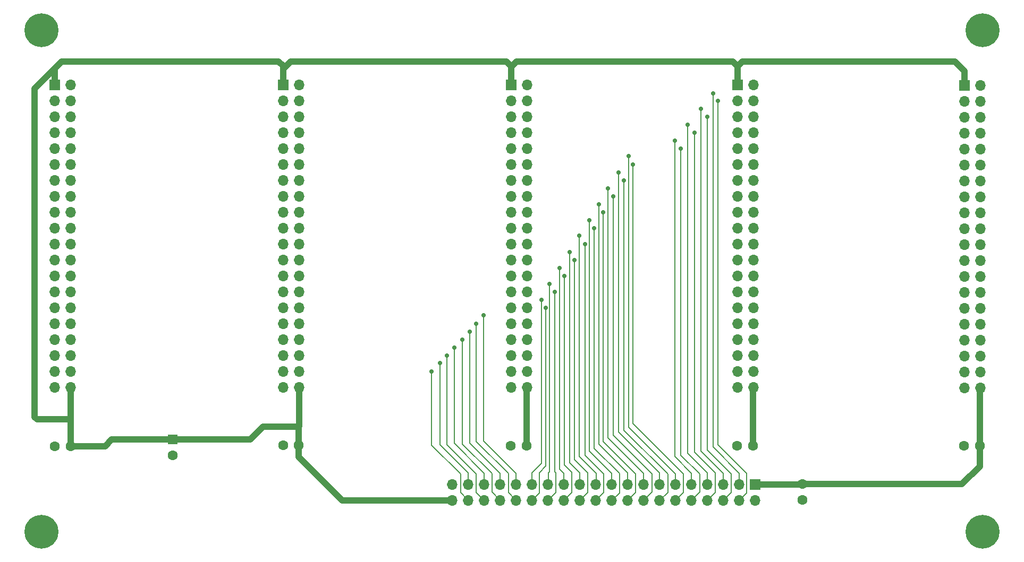
<source format=gbr>
%TF.GenerationSoftware,KiCad,Pcbnew,8.0.6*%
%TF.CreationDate,2024-12-15T12:43:40+01:00*%
%TF.ProjectId,busboard,62757362-6f61-4726-942e-6b696361645f,1.0*%
%TF.SameCoordinates,Original*%
%TF.FileFunction,Copper,L1,Top*%
%TF.FilePolarity,Positive*%
%FSLAX46Y46*%
G04 Gerber Fmt 4.6, Leading zero omitted, Abs format (unit mm)*
G04 Created by KiCad (PCBNEW 8.0.6) date 2024-12-15 12:43:40*
%MOMM*%
%LPD*%
G01*
G04 APERTURE LIST*
%TA.AperFunction,ComponentPad*%
%ADD10C,3.100000*%
%TD*%
%TA.AperFunction,ConnectorPad*%
%ADD11C,5.400000*%
%TD*%
%TA.AperFunction,ComponentPad*%
%ADD12R,1.700000X1.700000*%
%TD*%
%TA.AperFunction,ComponentPad*%
%ADD13O,1.700000X1.700000*%
%TD*%
%TA.AperFunction,ComponentPad*%
%ADD14C,1.600000*%
%TD*%
%TA.AperFunction,ComponentPad*%
%ADD15R,1.600000X1.600000*%
%TD*%
%TA.AperFunction,ViaPad*%
%ADD16C,0.700000*%
%TD*%
%TA.AperFunction,Conductor*%
%ADD17C,1.000000*%
%TD*%
%TA.AperFunction,Conductor*%
%ADD18C,0.200000*%
%TD*%
G04 APERTURE END LIST*
D10*
%TO.P,hole1,1*%
%TO.N,N/C*%
X236800000Y-38000000D03*
D11*
X236800000Y-38000000D03*
%TD*%
D12*
%TO.P,J3,1,Pin_1*%
%TO.N,VDD*%
X161660000Y-46700000D03*
D13*
%TO.P,J3,2,Pin_2*%
%TO.N,GND*%
X164200000Y-46700000D03*
%TO.P,J3,3,Pin_3*%
%TO.N,/D0*%
X161660000Y-49240000D03*
%TO.P,J3,4,Pin_4*%
%TO.N,/D1*%
X164200000Y-49240000D03*
%TO.P,J3,5,Pin_5*%
%TO.N,/D2*%
X161660000Y-51780000D03*
%TO.P,J3,6,Pin_6*%
%TO.N,/D3*%
X164200000Y-51780000D03*
%TO.P,J3,7,Pin_7*%
%TO.N,/D4*%
X161660000Y-54320000D03*
%TO.P,J3,8,Pin_8*%
%TO.N,/D5*%
X164200000Y-54320000D03*
%TO.P,J3,9,Pin_9*%
%TO.N,/D6*%
X161660000Y-56860000D03*
%TO.P,J3,10,Pin_10*%
%TO.N,/D7*%
X164200000Y-56860000D03*
%TO.P,J3,11,Pin_11*%
%TO.N,/A0*%
X161660000Y-59400000D03*
%TO.P,J3,12,Pin_12*%
%TO.N,/A1*%
X164200000Y-59400000D03*
%TO.P,J3,13,Pin_13*%
%TO.N,/A2*%
X161660000Y-61940000D03*
%TO.P,J3,14,Pin_14*%
%TO.N,/A3*%
X164200000Y-61940000D03*
%TO.P,J3,15,Pin_15*%
%TO.N,/A4*%
X161660000Y-64480000D03*
%TO.P,J3,16,Pin_16*%
%TO.N,/A5*%
X164200000Y-64480000D03*
%TO.P,J3,17,Pin_17*%
%TO.N,/A6*%
X161660000Y-67020000D03*
%TO.P,J3,18,Pin_18*%
%TO.N,/A7*%
X164200000Y-67020000D03*
%TO.P,J3,19,Pin_19*%
%TO.N,/A8*%
X161660000Y-69560000D03*
%TO.P,J3,20,Pin_20*%
%TO.N,/A9*%
X164200000Y-69560000D03*
%TO.P,J3,21,Pin_21*%
%TO.N,/A10*%
X161660000Y-72100000D03*
%TO.P,J3,22,Pin_22*%
%TO.N,/A11*%
X164200000Y-72100000D03*
%TO.P,J3,23,Pin_23*%
%TO.N,/A12*%
X161660000Y-74640000D03*
%TO.P,J3,24,Pin_24*%
%TO.N,/A13*%
X164200000Y-74640000D03*
%TO.P,J3,25,Pin_25*%
%TO.N,/A14*%
X161660000Y-77180000D03*
%TO.P,J3,26,Pin_26*%
%TO.N,/A15*%
X164200000Y-77180000D03*
%TO.P,J3,27,Pin_27*%
%TO.N,CSIO1*%
X161660000Y-79720000D03*
%TO.P,J3,28,Pin_28*%
%TO.N,CSIO2*%
X164200000Y-79720000D03*
%TO.P,J3,29,Pin_29*%
%TO.N,CSIO3*%
X161660000Y-82260000D03*
%TO.P,J3,30,Pin_30*%
%TO.N,CSIO4*%
X164200000Y-82260000D03*
%TO.P,J3,31,Pin_31*%
%TO.N,~{IRQ}*%
X161660000Y-84800000D03*
%TO.P,J3,32,Pin_32*%
%TO.N,~{NMI}*%
X164200000Y-84800000D03*
%TO.P,J3,33,Pin_33*%
%TO.N,RESB*%
X161660000Y-87340000D03*
%TO.P,J3,34,Pin_34*%
%TO.N,RDY*%
X164200000Y-87340000D03*
%TO.P,J3,35,Pin_35*%
%TO.N,SYNC*%
X161660000Y-89880000D03*
%TO.P,J3,36,Pin_36*%
%TO.N,BE*%
X164200000Y-89880000D03*
%TO.P,J3,37,Pin_37*%
%TO.N,CSIO5*%
X161660000Y-92420000D03*
%TO.P,J3,38,Pin_38*%
%TO.N,CLK*%
X164200000Y-92420000D03*
%TO.P,J3,39,Pin_39*%
%TO.N,GND*%
X161660000Y-94960000D03*
%TO.P,J3,40,Pin_40*%
%TO.N,VDD*%
X164200000Y-94960000D03*
%TD*%
D12*
%TO.P,J1,1,Pin_1*%
%TO.N,VDD*%
X88900000Y-46760000D03*
D13*
%TO.P,J1,2,Pin_2*%
%TO.N,GND*%
X91440000Y-46760000D03*
%TO.P,J1,3,Pin_3*%
%TO.N,/D0*%
X88900000Y-49300000D03*
%TO.P,J1,4,Pin_4*%
%TO.N,/D1*%
X91440000Y-49300000D03*
%TO.P,J1,5,Pin_5*%
%TO.N,/D2*%
X88900000Y-51840000D03*
%TO.P,J1,6,Pin_6*%
%TO.N,/D3*%
X91440000Y-51840000D03*
%TO.P,J1,7,Pin_7*%
%TO.N,/D4*%
X88900000Y-54380000D03*
%TO.P,J1,8,Pin_8*%
%TO.N,/D5*%
X91440000Y-54380000D03*
%TO.P,J1,9,Pin_9*%
%TO.N,/D6*%
X88900000Y-56920000D03*
%TO.P,J1,10,Pin_10*%
%TO.N,/D7*%
X91440000Y-56920000D03*
%TO.P,J1,11,Pin_11*%
%TO.N,/A0*%
X88900000Y-59460000D03*
%TO.P,J1,12,Pin_12*%
%TO.N,/A1*%
X91440000Y-59460000D03*
%TO.P,J1,13,Pin_13*%
%TO.N,/A2*%
X88900000Y-62000000D03*
%TO.P,J1,14,Pin_14*%
%TO.N,/A3*%
X91440000Y-62000000D03*
%TO.P,J1,15,Pin_15*%
%TO.N,/A4*%
X88900000Y-64540000D03*
%TO.P,J1,16,Pin_16*%
%TO.N,/A5*%
X91440000Y-64540000D03*
%TO.P,J1,17,Pin_17*%
%TO.N,/A6*%
X88900000Y-67080000D03*
%TO.P,J1,18,Pin_18*%
%TO.N,/A7*%
X91440000Y-67080000D03*
%TO.P,J1,19,Pin_19*%
%TO.N,/A8*%
X88900000Y-69620000D03*
%TO.P,J1,20,Pin_20*%
%TO.N,/A9*%
X91440000Y-69620000D03*
%TO.P,J1,21,Pin_21*%
%TO.N,/A10*%
X88900000Y-72160000D03*
%TO.P,J1,22,Pin_22*%
%TO.N,/A11*%
X91440000Y-72160000D03*
%TO.P,J1,23,Pin_23*%
%TO.N,/A12*%
X88900000Y-74700000D03*
%TO.P,J1,24,Pin_24*%
%TO.N,/A13*%
X91440000Y-74700000D03*
%TO.P,J1,25,Pin_25*%
%TO.N,/A14*%
X88900000Y-77240000D03*
%TO.P,J1,26,Pin_26*%
%TO.N,/A15*%
X91440000Y-77240000D03*
%TO.P,J1,27,Pin_27*%
%TO.N,CSIO1*%
X88900000Y-79780000D03*
%TO.P,J1,28,Pin_28*%
%TO.N,CSIO2*%
X91440000Y-79780000D03*
%TO.P,J1,29,Pin_29*%
%TO.N,CSIO3*%
X88900000Y-82320000D03*
%TO.P,J1,30,Pin_30*%
%TO.N,CSIO4*%
X91440000Y-82320000D03*
%TO.P,J1,31,Pin_31*%
%TO.N,~{IRQ}*%
X88900000Y-84860000D03*
%TO.P,J1,32,Pin_32*%
%TO.N,~{NMI}*%
X91440000Y-84860000D03*
%TO.P,J1,33,Pin_33*%
%TO.N,RESB*%
X88900000Y-87400000D03*
%TO.P,J1,34,Pin_34*%
%TO.N,RDY*%
X91440000Y-87400000D03*
%TO.P,J1,35,Pin_35*%
%TO.N,SYNC*%
X88900000Y-89940000D03*
%TO.P,J1,36,Pin_36*%
%TO.N,BE*%
X91440000Y-89940000D03*
%TO.P,J1,37,Pin_37*%
%TO.N,CSIO5*%
X88900000Y-92480000D03*
%TO.P,J1,38,Pin_38*%
%TO.N,CLK*%
X91440000Y-92480000D03*
%TO.P,J1,39,Pin_39*%
%TO.N,GND*%
X88900000Y-95020000D03*
%TO.P,J1,40,Pin_40*%
%TO.N,VDD*%
X91440000Y-95020000D03*
%TD*%
D10*
%TO.P,hole1,1*%
%TO.N,N/C*%
X86800000Y-118000000D03*
D11*
X86800000Y-118000000D03*
%TD*%
D12*
%TO.P,J6,1,Pin_1*%
%TO.N,VDD*%
X200560000Y-110460000D03*
D13*
%TO.P,J6,2,Pin_2*%
%TO.N,GND*%
X200560000Y-113000000D03*
%TO.P,J6,3,Pin_3*%
%TO.N,/D0*%
X198020000Y-110460000D03*
%TO.P,J6,4,Pin_4*%
%TO.N,/D1*%
X198020000Y-113000000D03*
%TO.P,J6,5,Pin_5*%
%TO.N,/D2*%
X195480000Y-110460000D03*
%TO.P,J6,6,Pin_6*%
%TO.N,/D3*%
X195480000Y-113000000D03*
%TO.P,J6,7,Pin_7*%
%TO.N,/D4*%
X192940000Y-110460000D03*
%TO.P,J6,8,Pin_8*%
%TO.N,/D5*%
X192940000Y-113000000D03*
%TO.P,J6,9,Pin_9*%
%TO.N,/D6*%
X190400000Y-110460000D03*
%TO.P,J6,10,Pin_10*%
%TO.N,/D7*%
X190400000Y-113000000D03*
%TO.P,J6,11,Pin_11*%
%TO.N,/A0*%
X187860000Y-110460000D03*
%TO.P,J6,12,Pin_12*%
%TO.N,/A1*%
X187860000Y-113000000D03*
%TO.P,J6,13,Pin_13*%
%TO.N,/A2*%
X185320000Y-110460000D03*
%TO.P,J6,14,Pin_14*%
%TO.N,/A3*%
X185320000Y-113000000D03*
%TO.P,J6,15,Pin_15*%
%TO.N,/A4*%
X182780000Y-110460000D03*
%TO.P,J6,16,Pin_16*%
%TO.N,/A5*%
X182780000Y-113000000D03*
%TO.P,J6,17,Pin_17*%
%TO.N,/A6*%
X180240000Y-110460000D03*
%TO.P,J6,18,Pin_18*%
%TO.N,/A7*%
X180240000Y-113000000D03*
%TO.P,J6,19,Pin_19*%
%TO.N,/A8*%
X177700000Y-110460000D03*
%TO.P,J6,20,Pin_20*%
%TO.N,/A9*%
X177700000Y-113000000D03*
%TO.P,J6,21,Pin_21*%
%TO.N,/A10*%
X175160000Y-110460000D03*
%TO.P,J6,22,Pin_22*%
%TO.N,/A11*%
X175160000Y-113000000D03*
%TO.P,J6,23,Pin_23*%
%TO.N,/A12*%
X172620000Y-110460000D03*
%TO.P,J6,24,Pin_24*%
%TO.N,/A13*%
X172620000Y-113000000D03*
%TO.P,J6,25,Pin_25*%
%TO.N,/A14*%
X170080000Y-110460000D03*
%TO.P,J6,26,Pin_26*%
%TO.N,/A15*%
X170080000Y-113000000D03*
%TO.P,J6,27,Pin_27*%
%TO.N,CSIO1*%
X167540000Y-110460000D03*
%TO.P,J6,28,Pin_28*%
%TO.N,CSIO2*%
X167540000Y-113000000D03*
%TO.P,J6,29,Pin_29*%
%TO.N,CSIO3*%
X165000000Y-110460000D03*
%TO.P,J6,30,Pin_30*%
%TO.N,CSIO4*%
X165000000Y-113000000D03*
%TO.P,J6,31,Pin_31*%
%TO.N,~{IRQ}*%
X162460000Y-110460000D03*
%TO.P,J6,32,Pin_32*%
%TO.N,~{NMI}*%
X162460000Y-113000000D03*
%TO.P,J6,33,Pin_33*%
%TO.N,RESB*%
X159920000Y-110460000D03*
%TO.P,J6,34,Pin_34*%
%TO.N,RDY*%
X159920000Y-113000000D03*
%TO.P,J6,35,Pin_35*%
%TO.N,SYNC*%
X157380000Y-110460000D03*
%TO.P,J6,36,Pin_36*%
%TO.N,BE*%
X157380000Y-113000000D03*
%TO.P,J6,37,Pin_37*%
%TO.N,CSIO5*%
X154840000Y-110460000D03*
%TO.P,J6,38,Pin_38*%
%TO.N,CLK*%
X154840000Y-113000000D03*
%TO.P,J6,39,Pin_39*%
%TO.N,GND*%
X152300000Y-110460000D03*
%TO.P,J6,40,Pin_40*%
%TO.N,VDD*%
X152300000Y-113000000D03*
%TD*%
D10*
%TO.P,hole1,1*%
%TO.N,N/C*%
X86800000Y-38000000D03*
D11*
X86800000Y-38000000D03*
%TD*%
D14*
%TO.P,C6,1*%
%TO.N,VDD*%
X208100000Y-110400000D03*
%TO.P,C6,2*%
%TO.N,GND*%
X208100000Y-112900000D03*
%TD*%
%TO.P,C2,1*%
%TO.N,VDD*%
X91450000Y-104360000D03*
%TO.P,C2,2*%
%TO.N,GND*%
X88950000Y-104360000D03*
%TD*%
D12*
%TO.P,J5,1,Pin_1*%
%TO.N,VDD*%
X233900000Y-46780000D03*
D13*
%TO.P,J5,2,Pin_2*%
%TO.N,GND*%
X236440000Y-46780000D03*
%TO.P,J5,3,Pin_3*%
%TO.N,/D0*%
X233900000Y-49320000D03*
%TO.P,J5,4,Pin_4*%
%TO.N,/D1*%
X236440000Y-49320000D03*
%TO.P,J5,5,Pin_5*%
%TO.N,/D2*%
X233900000Y-51860000D03*
%TO.P,J5,6,Pin_6*%
%TO.N,/D3*%
X236440000Y-51860000D03*
%TO.P,J5,7,Pin_7*%
%TO.N,/D4*%
X233900000Y-54400000D03*
%TO.P,J5,8,Pin_8*%
%TO.N,/D5*%
X236440000Y-54400000D03*
%TO.P,J5,9,Pin_9*%
%TO.N,/D6*%
X233900000Y-56940000D03*
%TO.P,J5,10,Pin_10*%
%TO.N,/D7*%
X236440000Y-56940000D03*
%TO.P,J5,11,Pin_11*%
%TO.N,/A0*%
X233900000Y-59480000D03*
%TO.P,J5,12,Pin_12*%
%TO.N,/A1*%
X236440000Y-59480000D03*
%TO.P,J5,13,Pin_13*%
%TO.N,/A2*%
X233900000Y-62020000D03*
%TO.P,J5,14,Pin_14*%
%TO.N,/A3*%
X236440000Y-62020000D03*
%TO.P,J5,15,Pin_15*%
%TO.N,/A4*%
X233900000Y-64560000D03*
%TO.P,J5,16,Pin_16*%
%TO.N,/A5*%
X236440000Y-64560000D03*
%TO.P,J5,17,Pin_17*%
%TO.N,/A6*%
X233900000Y-67100000D03*
%TO.P,J5,18,Pin_18*%
%TO.N,/A7*%
X236440000Y-67100000D03*
%TO.P,J5,19,Pin_19*%
%TO.N,/A8*%
X233900000Y-69640000D03*
%TO.P,J5,20,Pin_20*%
%TO.N,/A9*%
X236440000Y-69640000D03*
%TO.P,J5,21,Pin_21*%
%TO.N,/A10*%
X233900000Y-72180000D03*
%TO.P,J5,22,Pin_22*%
%TO.N,/A11*%
X236440000Y-72180000D03*
%TO.P,J5,23,Pin_23*%
%TO.N,/A12*%
X233900000Y-74720000D03*
%TO.P,J5,24,Pin_24*%
%TO.N,/A13*%
X236440000Y-74720000D03*
%TO.P,J5,25,Pin_25*%
%TO.N,/A14*%
X233900000Y-77260000D03*
%TO.P,J5,26,Pin_26*%
%TO.N,/A15*%
X236440000Y-77260000D03*
%TO.P,J5,27,Pin_27*%
%TO.N,CSIO1*%
X233900000Y-79800000D03*
%TO.P,J5,28,Pin_28*%
%TO.N,CSIO2*%
X236440000Y-79800000D03*
%TO.P,J5,29,Pin_29*%
%TO.N,CSIO3*%
X233900000Y-82340000D03*
%TO.P,J5,30,Pin_30*%
%TO.N,CSIO4*%
X236440000Y-82340000D03*
%TO.P,J5,31,Pin_31*%
%TO.N,~{IRQ}*%
X233900000Y-84880000D03*
%TO.P,J5,32,Pin_32*%
%TO.N,~{NMI}*%
X236440000Y-84880000D03*
%TO.P,J5,33,Pin_33*%
%TO.N,RESB*%
X233900000Y-87420000D03*
%TO.P,J5,34,Pin_34*%
%TO.N,RDY*%
X236440000Y-87420000D03*
%TO.P,J5,35,Pin_35*%
%TO.N,SYNC*%
X233900000Y-89960000D03*
%TO.P,J5,36,Pin_36*%
%TO.N,BE*%
X236440000Y-89960000D03*
%TO.P,J5,37,Pin_37*%
%TO.N,CSIO5*%
X233900000Y-92500000D03*
%TO.P,J5,38,Pin_38*%
%TO.N,CLK*%
X236440000Y-92500000D03*
%TO.P,J5,39,Pin_39*%
%TO.N,GND*%
X233900000Y-95040000D03*
%TO.P,J5,40,Pin_40*%
%TO.N,VDD*%
X236440000Y-95040000D03*
%TD*%
D10*
%TO.P,hole1,1*%
%TO.N,N/C*%
X236800000Y-118000000D03*
D11*
X236800000Y-118000000D03*
%TD*%
D14*
%TO.P,C5,1*%
%TO.N,VDD*%
X200150000Y-104300000D03*
%TO.P,C5,2*%
%TO.N,GND*%
X197650000Y-104300000D03*
%TD*%
%TO.P,C7,1*%
%TO.N,VDD*%
X236300000Y-104300000D03*
%TO.P,C7,2*%
%TO.N,GND*%
X233800000Y-104300000D03*
%TD*%
D12*
%TO.P,J4,1,Pin_1*%
%TO.N,VDD*%
X197760000Y-46680000D03*
D13*
%TO.P,J4,2,Pin_2*%
%TO.N,GND*%
X200300000Y-46680000D03*
%TO.P,J4,3,Pin_3*%
%TO.N,/D0*%
X197760000Y-49220000D03*
%TO.P,J4,4,Pin_4*%
%TO.N,/D1*%
X200300000Y-49220000D03*
%TO.P,J4,5,Pin_5*%
%TO.N,/D2*%
X197760000Y-51760000D03*
%TO.P,J4,6,Pin_6*%
%TO.N,/D3*%
X200300000Y-51760000D03*
%TO.P,J4,7,Pin_7*%
%TO.N,/D4*%
X197760000Y-54300000D03*
%TO.P,J4,8,Pin_8*%
%TO.N,/D5*%
X200300000Y-54300000D03*
%TO.P,J4,9,Pin_9*%
%TO.N,/D6*%
X197760000Y-56840000D03*
%TO.P,J4,10,Pin_10*%
%TO.N,/D7*%
X200300000Y-56840000D03*
%TO.P,J4,11,Pin_11*%
%TO.N,/A0*%
X197760000Y-59380000D03*
%TO.P,J4,12,Pin_12*%
%TO.N,/A1*%
X200300000Y-59380000D03*
%TO.P,J4,13,Pin_13*%
%TO.N,/A2*%
X197760000Y-61920000D03*
%TO.P,J4,14,Pin_14*%
%TO.N,/A3*%
X200300000Y-61920000D03*
%TO.P,J4,15,Pin_15*%
%TO.N,/A4*%
X197760000Y-64460000D03*
%TO.P,J4,16,Pin_16*%
%TO.N,/A5*%
X200300000Y-64460000D03*
%TO.P,J4,17,Pin_17*%
%TO.N,/A6*%
X197760000Y-67000000D03*
%TO.P,J4,18,Pin_18*%
%TO.N,/A7*%
X200300000Y-67000000D03*
%TO.P,J4,19,Pin_19*%
%TO.N,/A8*%
X197760000Y-69540000D03*
%TO.P,J4,20,Pin_20*%
%TO.N,/A9*%
X200300000Y-69540000D03*
%TO.P,J4,21,Pin_21*%
%TO.N,/A10*%
X197760000Y-72080000D03*
%TO.P,J4,22,Pin_22*%
%TO.N,/A11*%
X200300000Y-72080000D03*
%TO.P,J4,23,Pin_23*%
%TO.N,/A12*%
X197760000Y-74620000D03*
%TO.P,J4,24,Pin_24*%
%TO.N,/A13*%
X200300000Y-74620000D03*
%TO.P,J4,25,Pin_25*%
%TO.N,/A14*%
X197760000Y-77160000D03*
%TO.P,J4,26,Pin_26*%
%TO.N,/A15*%
X200300000Y-77160000D03*
%TO.P,J4,27,Pin_27*%
%TO.N,CSIO1*%
X197760000Y-79700000D03*
%TO.P,J4,28,Pin_28*%
%TO.N,CSIO2*%
X200300000Y-79700000D03*
%TO.P,J4,29,Pin_29*%
%TO.N,CSIO3*%
X197760000Y-82240000D03*
%TO.P,J4,30,Pin_30*%
%TO.N,CSIO4*%
X200300000Y-82240000D03*
%TO.P,J4,31,Pin_31*%
%TO.N,~{IRQ}*%
X197760000Y-84780000D03*
%TO.P,J4,32,Pin_32*%
%TO.N,~{NMI}*%
X200300000Y-84780000D03*
%TO.P,J4,33,Pin_33*%
%TO.N,RESB*%
X197760000Y-87320000D03*
%TO.P,J4,34,Pin_34*%
%TO.N,RDY*%
X200300000Y-87320000D03*
%TO.P,J4,35,Pin_35*%
%TO.N,SYNC*%
X197760000Y-89860000D03*
%TO.P,J4,36,Pin_36*%
%TO.N,BE*%
X200300000Y-89860000D03*
%TO.P,J4,37,Pin_37*%
%TO.N,CSIO5*%
X197760000Y-92400000D03*
%TO.P,J4,38,Pin_38*%
%TO.N,CLK*%
X200300000Y-92400000D03*
%TO.P,J4,39,Pin_39*%
%TO.N,GND*%
X197760000Y-94940000D03*
%TO.P,J4,40,Pin_40*%
%TO.N,VDD*%
X200300000Y-94940000D03*
%TD*%
D14*
%TO.P,C3,1*%
%TO.N,VDD*%
X127800000Y-104200000D03*
%TO.P,C3,2*%
%TO.N,GND*%
X125300000Y-104200000D03*
%TD*%
D12*
%TO.P,J2,1,Pin_1*%
%TO.N,VDD*%
X125300000Y-46700000D03*
D13*
%TO.P,J2,2,Pin_2*%
%TO.N,GND*%
X127840000Y-46700000D03*
%TO.P,J2,3,Pin_3*%
%TO.N,/D0*%
X125300000Y-49240000D03*
%TO.P,J2,4,Pin_4*%
%TO.N,/D1*%
X127840000Y-49240000D03*
%TO.P,J2,5,Pin_5*%
%TO.N,/D2*%
X125300000Y-51780000D03*
%TO.P,J2,6,Pin_6*%
%TO.N,/D3*%
X127840000Y-51780000D03*
%TO.P,J2,7,Pin_7*%
%TO.N,/D4*%
X125300000Y-54320000D03*
%TO.P,J2,8,Pin_8*%
%TO.N,/D5*%
X127840000Y-54320000D03*
%TO.P,J2,9,Pin_9*%
%TO.N,/D6*%
X125300000Y-56860000D03*
%TO.P,J2,10,Pin_10*%
%TO.N,/D7*%
X127840000Y-56860000D03*
%TO.P,J2,11,Pin_11*%
%TO.N,/A0*%
X125300000Y-59400000D03*
%TO.P,J2,12,Pin_12*%
%TO.N,/A1*%
X127840000Y-59400000D03*
%TO.P,J2,13,Pin_13*%
%TO.N,/A2*%
X125300000Y-61940000D03*
%TO.P,J2,14,Pin_14*%
%TO.N,/A3*%
X127840000Y-61940000D03*
%TO.P,J2,15,Pin_15*%
%TO.N,/A4*%
X125300000Y-64480000D03*
%TO.P,J2,16,Pin_16*%
%TO.N,/A5*%
X127840000Y-64480000D03*
%TO.P,J2,17,Pin_17*%
%TO.N,/A6*%
X125300000Y-67020000D03*
%TO.P,J2,18,Pin_18*%
%TO.N,/A7*%
X127840000Y-67020000D03*
%TO.P,J2,19,Pin_19*%
%TO.N,/A8*%
X125300000Y-69560000D03*
%TO.P,J2,20,Pin_20*%
%TO.N,/A9*%
X127840000Y-69560000D03*
%TO.P,J2,21,Pin_21*%
%TO.N,/A10*%
X125300000Y-72100000D03*
%TO.P,J2,22,Pin_22*%
%TO.N,/A11*%
X127840000Y-72100000D03*
%TO.P,J2,23,Pin_23*%
%TO.N,/A12*%
X125300000Y-74640000D03*
%TO.P,J2,24,Pin_24*%
%TO.N,/A13*%
X127840000Y-74640000D03*
%TO.P,J2,25,Pin_25*%
%TO.N,/A14*%
X125300000Y-77180000D03*
%TO.P,J2,26,Pin_26*%
%TO.N,/A15*%
X127840000Y-77180000D03*
%TO.P,J2,27,Pin_27*%
%TO.N,CSIO1*%
X125300000Y-79720000D03*
%TO.P,J2,28,Pin_28*%
%TO.N,CSIO2*%
X127840000Y-79720000D03*
%TO.P,J2,29,Pin_29*%
%TO.N,CSIO3*%
X125300000Y-82260000D03*
%TO.P,J2,30,Pin_30*%
%TO.N,CSIO4*%
X127840000Y-82260000D03*
%TO.P,J2,31,Pin_31*%
%TO.N,~{IRQ}*%
X125300000Y-84800000D03*
%TO.P,J2,32,Pin_32*%
%TO.N,~{NMI}*%
X127840000Y-84800000D03*
%TO.P,J2,33,Pin_33*%
%TO.N,RESB*%
X125300000Y-87340000D03*
%TO.P,J2,34,Pin_34*%
%TO.N,RDY*%
X127840000Y-87340000D03*
%TO.P,J2,35,Pin_35*%
%TO.N,SYNC*%
X125300000Y-89880000D03*
%TO.P,J2,36,Pin_36*%
%TO.N,BE*%
X127840000Y-89880000D03*
%TO.P,J2,37,Pin_37*%
%TO.N,CSIO5*%
X125300000Y-92420000D03*
%TO.P,J2,38,Pin_38*%
%TO.N,CLK*%
X127840000Y-92420000D03*
%TO.P,J2,39,Pin_39*%
%TO.N,GND*%
X125300000Y-94960000D03*
%TO.P,J2,40,Pin_40*%
%TO.N,VDD*%
X127840000Y-94960000D03*
%TD*%
D15*
%TO.P,C1,1*%
%TO.N,VDD*%
X107700000Y-103300000D03*
D14*
%TO.P,C1,2*%
%TO.N,GND*%
X107700000Y-105800000D03*
%TD*%
%TO.P,C4,1*%
%TO.N,VDD*%
X164100000Y-104300000D03*
%TO.P,C4,2*%
%TO.N,GND*%
X161600000Y-104300000D03*
%TD*%
D16*
%TO.N,/A5*%
X177900000Y-64480000D03*
%TO.N,~{IRQ}*%
X157300000Y-83500000D03*
%TO.N,/A9*%
X174900000Y-69560000D03*
%TO.N,~{NMI}*%
X156100000Y-84800000D03*
%TO.N,CSIO4*%
X167150000Y-82260000D03*
%TO.N,/D4*%
X189800000Y-53100000D03*
%TO.N,/A7*%
X176300000Y-67020000D03*
%TO.N,/A4*%
X177100000Y-63200000D03*
%TO.N,/D5*%
X190900000Y-54320000D03*
%TO.N,/D6*%
X187700000Y-55600000D03*
%TO.N,/D3*%
X192900000Y-51780000D03*
%TO.N,/A3*%
X179600000Y-61940000D03*
%TO.N,RESB*%
X155100000Y-86100000D03*
%TO.N,/A11*%
X173400000Y-72100000D03*
%TO.N,/D1*%
X194600000Y-49240000D03*
%TO.N,/A12*%
X171000000Y-73400000D03*
%TO.N,/A2*%
X178800000Y-60700000D03*
%TO.N,/D0*%
X193800000Y-48090000D03*
%TO.N,RDY*%
X153900000Y-87340000D03*
%TO.N,/A8*%
X174100000Y-68300000D03*
%TO.N,/A10*%
X172500000Y-70800000D03*
%TO.N,/A1*%
X181050000Y-59400000D03*
%TO.N,/A13*%
X171700000Y-74640000D03*
%TO.N,/A15*%
X170100000Y-77180000D03*
%TO.N,CSIO2*%
X168600000Y-79720000D03*
%TO.N,BE*%
X151400000Y-89880000D03*
%TO.N,/A14*%
X169400000Y-75900000D03*
%TO.N,SYNC*%
X152600000Y-88600000D03*
%TO.N,CLK*%
X149000000Y-92420000D03*
%TO.N,CSIO1*%
X167800000Y-78500000D03*
%TO.N,/A6*%
X175600000Y-65800000D03*
%TO.N,CSIO5*%
X150300000Y-91100000D03*
%TO.N,/D2*%
X191900000Y-50500000D03*
%TO.N,/A0*%
X180400000Y-58100000D03*
%TO.N,/D7*%
X188700000Y-56860000D03*
%TO.N,CSIO3*%
X166500000Y-81000000D03*
%TD*%
D17*
%TO.N,VDD*%
X127850000Y-101200000D02*
X127800000Y-101250000D01*
X164100000Y-95060000D02*
X164200000Y-94960000D01*
X198520000Y-43000000D02*
X232400000Y-43000000D01*
X127850000Y-101200000D02*
X127850000Y-94970000D01*
X91450000Y-104360000D02*
X91450000Y-100100000D01*
X127800000Y-104200000D02*
X127800000Y-106100000D01*
X125300000Y-46700000D02*
X125300000Y-43700000D01*
X134700000Y-113000000D02*
X152300000Y-113000000D01*
X96940000Y-104360000D02*
X98000000Y-103300000D01*
X232400000Y-43000000D02*
X233900000Y-44500000D01*
X236300000Y-104300000D02*
X236300000Y-95180000D01*
X200150000Y-95090000D02*
X200300000Y-94940000D01*
X88900000Y-46760000D02*
X88900000Y-44100000D01*
X233500000Y-110400000D02*
X208100000Y-110400000D01*
X208040000Y-110460000D02*
X208100000Y-110400000D01*
X85700000Y-47300000D02*
X85700000Y-99700000D01*
X125300000Y-46700000D02*
X125300000Y-44200000D01*
X85700000Y-99700000D02*
X86100000Y-100100000D01*
X91450000Y-95030000D02*
X91440000Y-95020000D01*
X162500000Y-43000000D02*
X197000000Y-43000000D01*
X125300000Y-44200000D02*
X126500000Y-43000000D01*
X197760000Y-43760000D02*
X197760000Y-46680000D01*
X127800000Y-101250000D02*
X127800000Y-104200000D01*
X98000000Y-103300000D02*
X107700000Y-103300000D01*
X197760000Y-43760000D02*
X198520000Y-43000000D01*
X127800000Y-106100000D02*
X134700000Y-113000000D01*
X120100000Y-103300000D02*
X122150000Y-101250000D01*
X86100000Y-100100000D02*
X91450000Y-100100000D01*
X160900000Y-43000000D02*
X161660000Y-43760000D01*
X200150000Y-104300000D02*
X200150000Y-95090000D01*
X161740000Y-43760000D02*
X162500000Y-43000000D01*
X161660000Y-43760000D02*
X161740000Y-43760000D01*
X90000000Y-43000000D02*
X124600000Y-43000000D01*
X200150000Y-104300000D02*
X200300000Y-104150000D01*
X91440000Y-103800000D02*
X91500000Y-103860000D01*
X164100000Y-104300000D02*
X164100000Y-95060000D01*
X161660000Y-43760000D02*
X161660000Y-46700000D01*
X126500000Y-43000000D02*
X160900000Y-43000000D01*
X197000000Y-43000000D02*
X197760000Y-43760000D01*
X233900000Y-44500000D02*
X233900000Y-46780000D01*
X127850000Y-94970000D02*
X127840000Y-94960000D01*
X200560000Y-110460000D02*
X208040000Y-110460000D01*
X236300000Y-107600000D02*
X233500000Y-110400000D01*
X107700000Y-103300000D02*
X120100000Y-103300000D01*
X91450000Y-100100000D02*
X91450000Y-95030000D01*
X122150000Y-101250000D02*
X127800000Y-101250000D01*
X124600000Y-43000000D02*
X125300000Y-43700000D01*
X88900000Y-44100000D02*
X85700000Y-47300000D01*
X91450000Y-104360000D02*
X96940000Y-104360000D01*
X236300000Y-95180000D02*
X236440000Y-95040000D01*
X236300000Y-104300000D02*
X236300000Y-107600000D01*
X88900000Y-44100000D02*
X90000000Y-43000000D01*
D18*
%TO.N,/A5*%
X182780000Y-113000000D02*
X184100000Y-111680000D01*
X184100000Y-108800000D02*
X177900000Y-102600000D01*
X177900000Y-102600000D02*
X177900000Y-64480000D01*
X184100000Y-111680000D02*
X184100000Y-108800000D01*
%TO.N,~{IRQ}*%
X162460000Y-108660000D02*
X157300000Y-103500000D01*
X162460000Y-110460000D02*
X162460000Y-108660000D01*
X157300000Y-103500000D02*
X157300000Y-83500000D01*
%TO.N,/A9*%
X174900000Y-104700000D02*
X174900000Y-69560000D01*
X178900000Y-111800000D02*
X178900000Y-108700000D01*
X177700000Y-113000000D02*
X178900000Y-111800000D01*
X178900000Y-108700000D02*
X174900000Y-104700000D01*
%TO.N,~{NMI}*%
X156100000Y-103600000D02*
X156100000Y-84800000D01*
X161200000Y-111740000D02*
X161200000Y-108700000D01*
X162460000Y-113000000D02*
X161200000Y-111740000D01*
X161200000Y-108700000D02*
X156100000Y-103600000D01*
%TO.N,CSIO4*%
X167150000Y-82260000D02*
X167200000Y-82310000D01*
X166150000Y-111850000D02*
X165000000Y-113000000D01*
X167200000Y-107550000D02*
X166150000Y-108600000D01*
X167200000Y-82310000D02*
X167200000Y-107550000D01*
X166150000Y-108600000D02*
X166150000Y-111850000D01*
%TO.N,/D4*%
X192940000Y-110460000D02*
X192940000Y-108640000D01*
X192940000Y-108640000D02*
X189800000Y-105500000D01*
X189800000Y-105500000D02*
X189800000Y-53100000D01*
%TO.N,/A7*%
X181500000Y-108800000D02*
X176300000Y-103600000D01*
X181500000Y-111740000D02*
X181500000Y-108800000D01*
X176300000Y-103600000D02*
X176300000Y-67020000D01*
X180240000Y-113000000D02*
X181500000Y-111740000D01*
%TO.N,/A4*%
X177100000Y-103000000D02*
X177100000Y-63200000D01*
X182780000Y-108680000D02*
X177100000Y-103000000D01*
X182780000Y-110460000D02*
X182780000Y-108680000D01*
%TO.N,/D5*%
X194200000Y-108600000D02*
X190900000Y-105300000D01*
X192940000Y-113000000D02*
X194200000Y-111740000D01*
X190900000Y-105300000D02*
X190900000Y-54320000D01*
X194200000Y-111740000D02*
X194200000Y-108600000D01*
%TO.N,/D6*%
X187700000Y-106000000D02*
X187700000Y-55600000D01*
X190400000Y-108700000D02*
X187700000Y-106000000D01*
X190400000Y-110460000D02*
X190400000Y-108700000D01*
%TO.N,/D3*%
X196700000Y-108800000D02*
X192900000Y-105000000D01*
X195480000Y-113000000D02*
X196700000Y-111780000D01*
X196700000Y-111780000D02*
X196700000Y-108800000D01*
X192900000Y-105000000D02*
X192900000Y-51780000D01*
%TO.N,/A3*%
X179600000Y-101800000D02*
X179600000Y-61940000D01*
X186600000Y-111720000D02*
X186600000Y-108800000D01*
X185320000Y-113000000D02*
X186600000Y-111720000D01*
X186600000Y-108800000D02*
X179600000Y-101800000D01*
%TO.N,RESB*%
X159920000Y-110460000D02*
X159920000Y-108720000D01*
X155100000Y-103900000D02*
X155100000Y-86100000D01*
X159920000Y-108720000D02*
X155100000Y-103900000D01*
%TO.N,/A11*%
X176400000Y-111760000D02*
X176400000Y-108800000D01*
X173400000Y-105800000D02*
X173400000Y-72100000D01*
X175160000Y-113000000D02*
X176400000Y-111760000D01*
X176400000Y-108800000D02*
X173400000Y-105800000D01*
%TO.N,/D1*%
X199170000Y-111850000D02*
X199170000Y-108670000D01*
X194600000Y-104100000D02*
X194600000Y-49240000D01*
X198020000Y-113000000D02*
X199170000Y-111850000D01*
X199170000Y-108670000D02*
X194600000Y-104100000D01*
%TO.N,/A12*%
X171000000Y-107000000D02*
X172620000Y-108620000D01*
X172620000Y-108620000D02*
X172620000Y-110460000D01*
X171000000Y-73400000D02*
X171000000Y-107000000D01*
%TO.N,/A2*%
X178800000Y-60700000D02*
X178800000Y-102100000D01*
X178800000Y-102100000D02*
X185320000Y-108620000D01*
X185320000Y-108620000D02*
X185320000Y-110460000D01*
%TO.N,/D0*%
X198020000Y-108720000D02*
X193800000Y-104500000D01*
X193800000Y-104500000D02*
X193800000Y-48090000D01*
X198020000Y-110460000D02*
X198020000Y-108720000D01*
%TO.N,RDY*%
X158600000Y-111680000D02*
X158600000Y-108700000D01*
X153900000Y-104000000D02*
X153900000Y-87340000D01*
X159920000Y-113000000D02*
X158600000Y-111680000D01*
X158600000Y-108700000D02*
X153900000Y-104000000D01*
%TO.N,/A8*%
X177700000Y-108700000D02*
X174100000Y-105100000D01*
X174100000Y-105100000D02*
X174100000Y-68300000D01*
X177700000Y-110460000D02*
X177700000Y-108700000D01*
%TO.N,/A10*%
X175200000Y-108700000D02*
X172500000Y-106000000D01*
X175160000Y-110460000D02*
X175200000Y-110420000D01*
X172500000Y-106000000D02*
X172500000Y-70800000D01*
X175200000Y-110420000D02*
X175200000Y-108700000D01*
%TO.N,/A1*%
X187860000Y-113000000D02*
X189100000Y-111760000D01*
X189100000Y-108800000D02*
X181050000Y-100750000D01*
X189100000Y-111760000D02*
X189100000Y-108800000D01*
X181050000Y-100750000D02*
X181050000Y-59400000D01*
%TO.N,/A13*%
X173850000Y-111770000D02*
X172620000Y-113000000D01*
X171700000Y-106475000D02*
X173850000Y-108625000D01*
X173850000Y-108625000D02*
X173850000Y-111770000D01*
X171700000Y-74640000D02*
X171700000Y-106475000D01*
%TO.N,/A15*%
X171350000Y-108550000D02*
X171350000Y-111730000D01*
X171350000Y-111730000D02*
X170080000Y-113000000D01*
X170100000Y-107300000D02*
X171350000Y-108550000D01*
X170100000Y-77180000D02*
X170100000Y-107300000D01*
%TO.N,CSIO2*%
X168800000Y-111740000D02*
X167540000Y-113000000D01*
X168800000Y-108650000D02*
X168800000Y-111740000D01*
X168600000Y-79720000D02*
X168600000Y-108450000D01*
X168600000Y-108450000D02*
X168800000Y-108650000D01*
%TO.N,BE*%
X156100000Y-111720000D02*
X156100000Y-108800000D01*
X156100000Y-108800000D02*
X151400000Y-104100000D01*
X157380000Y-113000000D02*
X156100000Y-111720000D01*
X151400000Y-104100000D02*
X151400000Y-89880000D01*
%TO.N,/A14*%
X169400000Y-75900000D02*
X169400000Y-108000000D01*
X169400000Y-108000000D02*
X170080000Y-108680000D01*
X170080000Y-108680000D02*
X170080000Y-110460000D01*
%TO.N,SYNC*%
X157380000Y-110460000D02*
X157380000Y-108680000D01*
X152600000Y-103900000D02*
X152600000Y-88600000D01*
X157380000Y-108680000D02*
X152600000Y-103900000D01*
%TO.N,CLK*%
X153600000Y-108800000D02*
X149000000Y-104200000D01*
X154840000Y-113000000D02*
X153600000Y-111760000D01*
X149000000Y-104200000D02*
X149000000Y-92420000D01*
X153600000Y-111760000D02*
X153600000Y-108800000D01*
%TO.N,CSIO1*%
X167550000Y-110450000D02*
X167540000Y-110460000D01*
X167550000Y-108650000D02*
X167550000Y-110450000D01*
X167800000Y-78500000D02*
X167800000Y-108400000D01*
X167800000Y-108400000D02*
X167550000Y-108650000D01*
%TO.N,/A6*%
X180240000Y-108640000D02*
X175600000Y-104000000D01*
X175600000Y-104000000D02*
X175600000Y-65800000D01*
X180240000Y-110460000D02*
X180240000Y-108640000D01*
%TO.N,CSIO5*%
X150300000Y-104100000D02*
X150300000Y-91100000D01*
X154840000Y-110460000D02*
X154840000Y-108640000D01*
X154840000Y-108640000D02*
X150300000Y-104100000D01*
%TO.N,/D2*%
X195480000Y-110460000D02*
X195480000Y-108680000D01*
X195480000Y-108680000D02*
X191900000Y-105100000D01*
X191900000Y-105100000D02*
X191900000Y-50500000D01*
%TO.N,/A0*%
X187860000Y-108760000D02*
X180400000Y-101300000D01*
X180400000Y-101300000D02*
X180400000Y-58100000D01*
X187860000Y-110460000D02*
X187860000Y-108760000D01*
%TO.N,/D7*%
X188700000Y-105800000D02*
X188700000Y-56860000D01*
X191700000Y-108800000D02*
X188700000Y-105800000D01*
X190400000Y-113000000D02*
X191700000Y-111700000D01*
X191700000Y-111700000D02*
X191700000Y-108800000D01*
%TO.N,CSIO3*%
X165000000Y-108600000D02*
X165000000Y-110460000D01*
X166500000Y-81000000D02*
X166500000Y-107100000D01*
X166500000Y-107100000D02*
X165000000Y-108600000D01*
%TD*%
M02*

</source>
